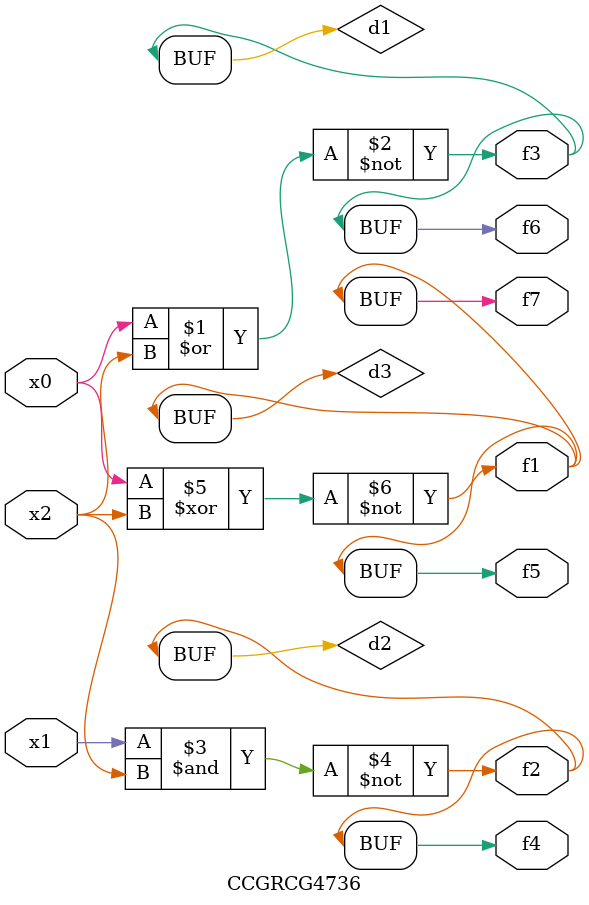
<source format=v>
module CCGRCG4736(
	input x0, x1, x2,
	output f1, f2, f3, f4, f5, f6, f7
);

	wire d1, d2, d3;

	nor (d1, x0, x2);
	nand (d2, x1, x2);
	xnor (d3, x0, x2);
	assign f1 = d3;
	assign f2 = d2;
	assign f3 = d1;
	assign f4 = d2;
	assign f5 = d3;
	assign f6 = d1;
	assign f7 = d3;
endmodule

</source>
